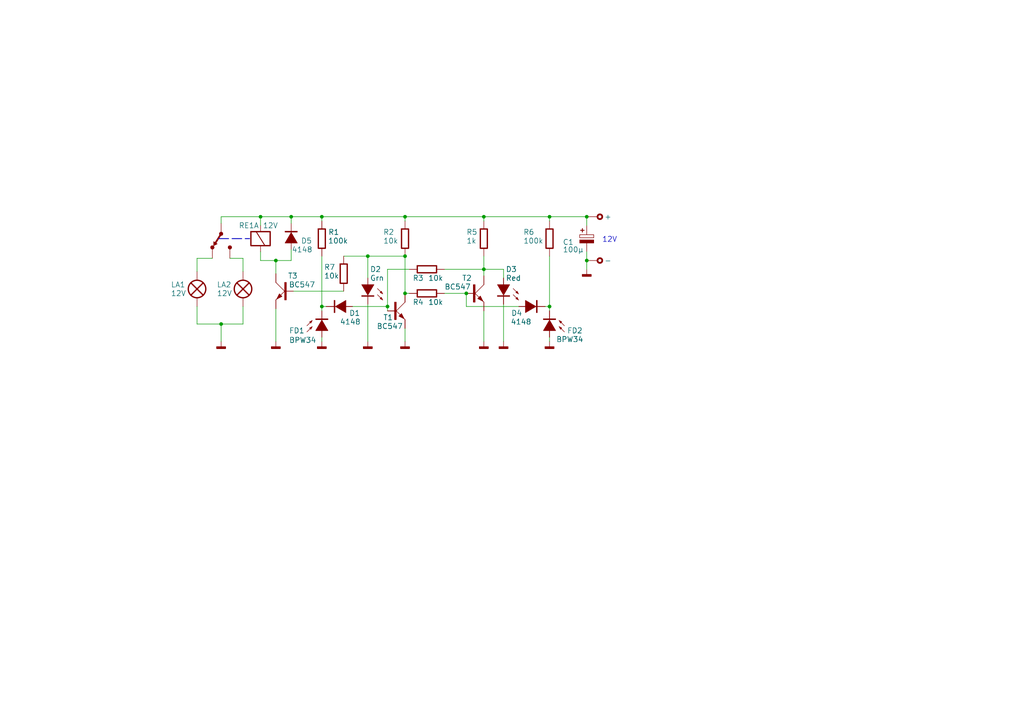
<source format=kicad_sch>
(kicad_sch (version 20211123) (generator eeschema)
  (paper "A4")
  (lib_symbols
    (symbol "*Custom_Generic:C_Polarized" (pin_numbers hide) (pin_names (offset 0.254) hide)
      (property "Reference" "C" (at 0.635 2.54 0))
      (property "Value" "C_Polarized" (at 0.635 -2.54 0))
      (symbol "C_Polarized_0_1"
        (rectangle (start -2.032 -0.381) (end 2.032 -1.27) (fill (type outline)))
        (rectangle (start -2.032 1.143) (end 2.032 0.254))
        (polyline (pts (xy -1.778 2.413) (xy -0.762 2.413)) (stroke (width 0.254)))
        (polyline (pts (xy -1.27 2.921) (xy -1.27 1.905)) (stroke (width 0.254)))
      )
      (symbol "C_Polarized_1_1"
        (pin passive line (at 0 -3.81 90) (length 2.794) (name "-") (number "1"))
        (pin passive line (at 0 3.81 270) (length 2.667) (name "+") (number "2"))
      )
    )
    (symbol "*Custom_Generic:Conn_Point" (pin_numbers hide) (pin_names (offset 1.016) hide)
      (property "Reference" "J" (at 0 2.54 0))
      (property "Value" "Conn_Point" (at 0 -2.54 0))
      (symbol "Conn_Point_0_1"
        (circle (center 0 0) (radius 0.6839) (stroke (width 0.508)))
      )
      (symbol "Conn_Point_1_1"
        (pin passive line (at -3.81 0 0) (length 3.175) (name "Pin_1") (number "1"))
      )
    )
    (symbol "*Custom_Generic:D" (pin_numbers hide) (pin_names (offset 1.016) hide)
      (property "Reference" "D" (at 0 2.54 0))
      (property "Value" "D" (at 0 -2.54 0))
      (symbol "D_0_1"
        (rectangle (start -1.524 1.778) (end -1.27 -1.778) (fill (type outline)))
        (polyline (pts (xy -1.143 0) (xy 1.905 1.778) (xy 1.905 -1.778) (xy -1.143 0)) (fill (type outline)))
      )
      (symbol "D_1_1"
        (pin passive line (at -3.81 0 0) (length 2.54) (name "K") (number "1"))
        (pin passive line (at 3.81 0 180) (length 2.54) (name "A") (number "2"))
      )
    )
    (symbol "*Custom_Generic:D_photo" (pin_numbers hide) (pin_names (offset 1.016) hide)
      (property "Reference" "FD" (at 0 -2.921 0))
      (property "Value" "D_photo" (at 0 -5.588 0))
      (symbol "D_photo_0_1"
        (rectangle (start -1.27 1.778) (end -1.524 -1.778) (fill (type outline)))
        (polyline (pts (xy 0.508 4.318) (xy -0.635 3.175)) (stroke (width 0.1524)))
        (polyline (pts (xy 2.286 4.318) (xy 1.143 3.175)) (stroke (width 0.1524)))
        (polyline (pts (xy -1.143 0) (xy 1.905 -1.778) (xy 1.905 1.778) (xy -1.143 0)) (fill (type outline)))
        (polyline (pts (xy -1.016 2.794) (xy -0.254 3.175) (xy -0.635 3.556) (xy -1.016 2.794)) (fill (type outline)))
        (polyline (pts (xy 0.762 2.794) (xy 1.524 3.175) (xy 1.143 3.556) (xy 0.762 2.794)) (fill (type outline)))
      )
      (symbol "D_photo_1_1"
        (pin passive line (at -3.81 0 0) (length 2.54) (name "K") (number "1"))
        (pin passive line (at 3.81 0 180) (length 2.54) (name "A") (number "2"))
      )
    )
    (symbol "*Custom_Generic:LED" (pin_numbers hide) (pin_names (offset 1.016) hide)
      (property "Reference" "D" (at 0 2.921 0))
      (property "Value" "LED" (at 0 5.588 0))
      (symbol "LED_0_1"
        (rectangle (start -1.524 1.778) (end -1.27 -1.778) (fill (type outline)))
        (polyline (pts (xy -1.016 -2.794) (xy -2.159 -3.937)) (stroke (width 0.1524)))
        (polyline (pts (xy 0.762 -2.794) (xy -0.381 -3.937)) (stroke (width 0.1524)))
        (polyline (pts (xy -2.54 -4.318) (xy -1.778 -3.937) (xy -2.159 -3.556) (xy -2.54 -4.318)) (fill (type outline)))
        (polyline (pts (xy -1.143 0) (xy 1.905 1.778) (xy 1.905 -1.778) (xy -1.143 0)) (fill (type outline)))
        (polyline (pts (xy -0.762 -4.318) (xy 0 -3.937) (xy -0.381 -3.556) (xy -0.762 -4.318)) (fill (type outline)))
      )
      (symbol "LED_1_1"
        (pin passive line (at -3.81 0 0) (length 2.54) (name "K") (number "1"))
        (pin passive line (at 3.81 0 180) (length 2.54) (name "A") (number "2"))
      )
    )
    (symbol "*Custom_Generic:Lamp" (pin_numbers hide) (pin_names (offset 0.0254) hide)
      (property "Reference" "LA" (at 0.635 3.81 0))
      (property "Value" "Lamp" (at 0.635 -3.81 0))
      (symbol "Lamp_0_1"
        (polyline (pts (xy -1.778 1.778) (xy 1.778 -1.778)) (stroke (width 0.381)))
        (polyline (pts (xy 1.778 1.778) (xy -1.778 -1.778)) (stroke (width 0.381)))
        (circle (center 0 0) (radius 2.54) (stroke (width 0.381)))
      )
      (symbol "Lamp_1_1"
        (pin passive line (at 0 -5.08 90) (length 2.54) (name "-") (number "1"))
        (pin passive line (at 0 5.08 270) (length 2.54) (name "+") (number "2"))
      )
    )
    (symbol "*Custom_Generic:NPN_BJT_CBE" (pin_numbers hide) (pin_names (offset 0) hide)
      (property "Reference" "T" (at 3.81 1.27 0))
      (property "Value" "NPN_BJT_CBE" (at 3.81 -1.27 0))
      (symbol "NPN_BJT_CBE_0_1"
        (rectangle (start -0.508 2.54) (end 0 -2.54) (fill (type outline)))
        (rectangle (start 0 -0.254) (end 0 -0.254))
        (polyline (pts (xy 0 0) (xy 2.54 -2.54)))
        (polyline (pts (xy 0 0) (xy 2.54 2.54)))
        (polyline (pts (xy 2.286 -2.286) (xy 1.524 -0.762) (xy 0.762 -1.524) (xy 2.286 -2.286)) (fill (type outline)))
        (rectangle (start 0 1.016) (end 0 1.016))
      )
      (symbol "NPN_BJT_CBE_1_1"
        (pin passive line (at 2.54 5.08 270) (length 2.54) (name "C") (number "1"))
        (pin input line (at -2.54 0 0) (length 2.54) (name "B") (number "2"))
        (pin passive line (at 2.54 -5.08 90) (length 2.54) (name "E") (number "3"))
      )
    )
    (symbol "*Custom_Generic:R" (pin_numbers hide) (pin_names (offset 0))
      (property "Reference" "R" (at 2.413 0 90))
      (property "Value" "R" (at -2.286 0 90))
      (symbol "R_0_1"
        (rectangle (start -1.016 2.794) (end 1.016 -2.794) (stroke (width 0.381)))
      )
      (symbol "R_1_1"
        (pin passive line (at 0 5.08 270) (length 2.25) (name "~") (number "1"))
        (pin passive line (at 0 -5.08 90) (length 2.25) (name "~") (number "2"))
      )
    )
    (symbol "*Custom_Generic:Relay_SPDT" (pin_numbers hide) (pin_names hide)
      (property "Reference" "RE" (at -5.842 -0.635 0))
      (property "Value" "Relay_SPDT" (at -10.033 1.397 0))
      (symbol "Relay_SPDT_1_1"
        (rectangle (start -2.794 2.032) (end 2.794 -2.032) (stroke (width 0.381)))
        (polyline (pts (xy -0.762 2.032) (xy 0.762 -2.032)) (stroke (width 0.381)))
        (rectangle (start 3.429 -2.286) (end 3.429 -2.286))
        (pin passive line (at 0 3.81 270) (length 1.778) (name "C1") (number "4"))
        (pin passive line (at 0 -3.81 90) (length 1.778) (name "C2") (number "5"))
      )
      (symbol "Relay_SPDT_2_0"
        (circle (center -2.54 -0.635) (radius 0.508) (fill (type outline)))
        (polyline (pts (xy 0 3.302) (xy 1.905 0.254)) (stroke (width 0.508)))
        (polyline (pts (xy 2.159 1.016) (xy 2.159 -0.127) (xy 1.143 0.381) (xy 2.159 1.016)) (fill (type outline)))
        (circle (center 0 3.302) (radius 0.508) (fill (type outline)))
      )
      (symbol "Relay_SPDT_2_1"
        (circle (center 2.54 -0.635) (radius 0.508) (fill (type outline)))
        (pin passive line (at 0 6.35 270) (length 2.54) (name "COM") (number "1"))
        (pin passive line (at -2.54 -3.81 90) (length 2.794) (name "NO") (number "2"))
        (pin passive line (at 2.54 -3.81 90) (length 2.794) (name "NC") (number "3"))
      )
    )
    (symbol "Relay_SPDT_1" (pin_numbers hide) (pin_names hide)
      (property "Reference" "RE" (at -5.842 -0.635 0))
      (property "Value" "Relay_SPDT_1" (at -10.033 1.397 0))
      (symbol "Relay_SPDT_1_1_1"
        (rectangle (start -2.794 2.032) (end 2.794 -2.032) (stroke (width 0.381)))
        (polyline (pts (xy -1.27 2.032) (xy 1.27 -2.032)) (stroke (width 0.254)))
        (pin passive line (at 0 3.81 270) (length 1.778) (name "C1") (number "4"))
        (pin passive line (at 0 -3.81 90) (length 1.778) (name "C2") (number "5"))
      )
      (symbol "Relay_SPDT_1_2_0"
        (circle (center -2.54 -0.635) (radius 0.508) (fill (type outline)))
        (polyline (pts (xy 0 3.302) (xy 1.905 0.254)) (stroke (width 0.508)))
        (polyline (pts (xy 2.159 1.016) (xy 2.159 -0.127) (xy 1.143 0.381) (xy 2.159 1.016)) (fill (type outline)))
        (circle (center 0 3.302) (radius 0.508) (fill (type outline)))
      )
      (symbol "Relay_SPDT_1_2_1"
        (circle (center 2.54 -0.635) (radius 0.508) (fill (type outline)))
        (pin passive line (at 0 6.35 270) (length 2.54) (name "COM") (number "1"))
        (pin passive line (at -2.54 -3.81 90) (length 2.794) (name "NO") (number "2"))
        (pin passive line (at 2.54 -3.81 90) (length 2.794) (name "NC") (number "3"))
      )
    )
    (symbol "power:GNDD" (power) (pin_names (offset 0))
      (property "Value" "GNDD" (at 0 -3.175 0))
      (symbol "GNDD_0_1"
        (rectangle (start -1.27 -1.524) (end 1.27 -2.032) (stroke (width 0.254)) (fill (type outline)))
        (polyline (pts (xy 0 0) (xy 0 -1.524)))
      )
      (symbol "GNDD_1_1"
        (pin power_in line (at 0 0 270) (length 0) hide (name "GNDD") (number "1"))
      )
    )
  )
  (junction (at 106.68 74.295))
  (junction (at 170.18 75.565))
  (junction (at 117.475 85.09))
  (junction (at 135.255 85.09))
  (junction (at 80.01 75.565))
  (junction (at 93.345 88.9))
  (junction (at 170.18 62.865))
  (junction (at 140.335 78.105))
  (junction (at 159.385 62.865))
  (junction (at 117.475 62.865))
  (junction (at 84.455 62.865))
  (junction (at 112.395 88.9))
  (junction (at 93.345 62.865))
  (junction (at 64.135 93.98))
  (junction (at 117.475 74.295))
  (junction (at 140.335 62.865))
  (junction (at 159.385 88.9))
  (junction (at 75.565 62.865))
  (wire (pts (xy 85.09 84.455) (xy 99.695 84.455)))
  (wire (pts (xy 170.18 62.865) (xy 170.18 65.405)))
  (wire (pts (xy 159.385 88.9) (xy 159.385 90.17)))
  (wire (pts (xy 112.395 78.105) (xy 112.395 88.9)))
  (wire (pts (xy 117.475 74.295) (xy 117.475 85.09)))
  (wire (pts (xy 75.565 73.025) (xy 75.565 75.565)))
  (wire (pts (xy 117.475 64.135) (xy 117.475 62.865)))
  (wire (pts (xy 93.345 74.295) (xy 93.345 88.9)))
  (wire (pts (xy 66.675 74.93) (xy 70.485 74.93)))
  (wire (pts (xy 140.335 90.17) (xy 140.335 99.06)))
  (wire (pts (xy 80.01 75.565) (xy 84.455 75.565)))
  (wire (pts (xy 61.595 74.93) (xy 57.15 74.93)))
  (wire (pts (xy 159.385 74.295) (xy 159.385 88.9)))
  (wire (pts (xy 93.345 64.135) (xy 93.345 62.865)))
  (wire (pts (xy 84.455 72.39) (xy 84.455 75.565)))
  (wire (pts (xy 106.68 88.265) (xy 106.68 99.06)))
  (wire (pts (xy 117.475 85.09) (xy 118.745 85.09)))
  (wire (pts (xy 106.68 80.645) (xy 106.68 74.295)))
  (wire (pts (xy 64.135 64.77) (xy 64.135 62.865)))
  (wire (pts (xy 117.475 62.865) (xy 140.335 62.865)))
  (wire (pts (xy 140.335 62.865) (xy 159.385 62.865)))
  (wire (pts (xy 159.385 64.135) (xy 159.385 62.865)))
  (wire (pts (xy 57.15 93.98) (xy 64.135 93.98)))
  (wire (pts (xy 57.15 74.93) (xy 57.15 78.74)))
  (wire (pts (xy 140.335 74.295) (xy 140.335 78.105)))
  (wire (pts (xy 159.385 62.865) (xy 170.18 62.865)))
  (wire (pts (xy 75.565 62.865) (xy 84.455 62.865)))
  (wire (pts (xy 118.745 78.105) (xy 112.395 78.105)))
  (wire (pts (xy 128.905 78.105) (xy 140.335 78.105)))
  (wire (pts (xy 170.18 75.565) (xy 170.18 78.105)))
  (wire (pts (xy 93.345 88.9) (xy 93.345 90.17)))
  (wire (pts (xy 80.01 89.535) (xy 80.01 99.06)))
  (wire (pts (xy 112.395 88.9) (xy 112.395 90.17)))
  (wire (pts (xy 94.615 88.9) (xy 93.345 88.9)))
  (wire (pts (xy 140.335 64.135) (xy 140.335 62.865)))
  (wire (pts (xy 140.335 78.105) (xy 140.335 80.01)))
  (wire (pts (xy 99.695 74.295) (xy 106.68 74.295)))
  (wire (pts (xy 75.565 75.565) (xy 80.01 75.565)))
  (wire (pts (xy 158.115 88.9) (xy 159.385 88.9)))
  (wire (pts (xy 64.135 93.98) (xy 70.485 93.98)))
  (wire (pts (xy 102.235 88.9) (xy 112.395 88.9)))
  (wire (pts (xy 64.135 93.98) (xy 64.135 99.06)))
  (wire (pts (xy 70.485 74.93) (xy 70.485 78.74)))
  (wire (pts (xy 140.335 78.105) (xy 146.05 78.105)))
  (wire (pts (xy 64.135 62.865) (xy 75.565 62.865)))
  (wire (pts (xy 159.385 97.79) (xy 159.385 99.06)))
  (wire (pts (xy 117.475 95.25) (xy 117.475 99.06)))
  (wire (pts (xy 146.05 88.265) (xy 146.05 99.06)))
  (wire (pts (xy 150.495 88.9) (xy 135.255 88.9)))
  (wire (pts (xy 80.01 79.375) (xy 80.01 75.565)))
  (wire (pts (xy 128.905 85.09) (xy 135.255 85.09)))
  (wire (pts (xy 75.565 65.405) (xy 75.565 62.865)))
  (wire (pts (xy 84.455 64.77) (xy 84.455 62.865)))
  (wire (pts (xy 170.18 73.025) (xy 170.18 75.565)))
  (wire (pts (xy 106.68 74.295) (xy 117.475 74.295)))
  (wire (pts (xy 57.15 88.9) (xy 57.15 93.98)))
  (wire (pts (xy 70.485 93.98) (xy 70.485 88.9)))
  (wire (pts (xy 146.05 80.645) (xy 146.05 78.105)))
  (wire (pts (xy 135.255 88.9) (xy 135.255 85.09)))
  (polyline (pts (xy 63.5 69.215) (xy 72.39 69.215)) (stroke (width 0.254) (type dash)))
  (wire (pts (xy 93.345 97.79) (xy 93.345 99.06)))
  (wire (pts (xy 93.345 62.865) (xy 117.475 62.865)))
  (wire (pts (xy 84.455 62.865) (xy 93.345 62.865)))
  (text "12V" (at 174.625 70.485 0) (effects (font (size 1.524 1.524)) (justify left bottom)))
  (symbol (lib_id "*Custom_Generic:LED") (at 106.68 84.455 90) (unit 1)
    (property "Reference" "D2" (at 107.315 78.105 90) (effects (font (size 1.524 1.524)) (justify right)))
    (property "Value" "Grn" (at 107.315 80.645 90) (effects (font (size 1.524 1.524)) (justify right)))
  )
  (symbol (lib_id "power:GNDD") (at 159.385 99.06 0) (unit 1)
    (property "Reference" "#PWR06" (effects hide))
    (property "Value" "GNDD" (effects hide))
  )
  (symbol (lib_id "*Custom_Generic:Conn_Point") (at 173.99 62.865 0) (unit 1)
    (property "Reference" "J1" (effects hide))
    (property "Value" "+" (at 175.26 62.865 0) (effects (font (size 1.524 1.524)) (justify left)))
  )
  (symbol (lib_id "*Custom_Generic:C_Polarized") (at 170.18 69.215 0) (unit 1)
    (property "Reference" "C1" (at 163.195 70.231 0) (effects (font (size 1.524 1.524)) (justify left)))
    (property "Value" "100μ" (at 163.195 72.39 0) (effects (font (size 1.524 1.524)) (justify left)))
  )
  (symbol (lib_id "*Custom_Generic:NPN_BJT_CBE") (at 137.795 85.09 0) (unit 1)
    (property "Reference" "T2" (at 133.985 80.645 0) (effects (font (size 1.524 1.524)) (justify left)))
    (property "Value" "BC547" (at 128.905 83.185 0) (effects (font (size 1.524 1.524)) (justify left)))
  )
  (symbol (lib_id "power:GNDD") (at 64.135 99.06 0) (mirror y) (unit 1)
    (property "Reference" "#PWR08" (effects hide))
    (property "Value" "GNDD" (effects hide))
  )
  (symbol (lib_id "*Custom_Generic:Lamp") (at 57.15 83.82 0) (mirror y) (unit 1)
    (property "Reference" "LA1" (at 49.53 82.55 0) (effects (font (size 1.524 1.524)) (justify right)))
    (property "Value" "12V" (at 49.53 85.09 0) (effects (font (size 1.524 1.524)) (justify right)))
  )
  (symbol (lib_id "*Custom_Generic:D") (at 84.455 68.58 90) (mirror x) (unit 1)
    (property "Reference" "D5" (at 88.9 69.85 90) (effects (font (size 1.524 1.524))))
    (property "Value" "4148" (at 87.63 72.39 90) (effects (font (size 1.524 1.524))))
  )
  (symbol (lib_id "*Custom_Generic:Lamp") (at 70.485 83.82 0) (unit 1)
    (property "Reference" "LA2" (at 62.865 82.55 0) (effects (font (size 1.524 1.524)) (justify left)))
    (property "Value" "12V" (at 62.865 85.09 0) (effects (font (size 1.524 1.524)) (justify left)))
  )
  (symbol (lib_id "*Custom_Generic:R") (at 140.335 69.215 0) (unit 1)
    (property "Reference" "R5" (at 135.255 67.31 0) (effects (font (size 1.524 1.524)) (justify left)))
    (property "Value" "1k" (at 135.255 69.85 0) (effects (font (size 1.524 1.524)) (justify left)))
  )
  (symbol (lib_id "power:GNDD") (at 170.18 78.105 0) (unit 1)
    (property "Reference" "#PWR07" (effects hide))
    (property "Value" "GNDD" (effects hide))
  )
  (symbol (lib_id "power:GNDD") (at 106.68 99.06 0) (unit 1)
    (property "Reference" "#PWR02" (effects hide))
    (property "Value" "GNDD" (effects hide))
  )
  (symbol (lib_id "*Custom_Generic:R") (at 123.825 85.09 90) (unit 1)
    (property "Reference" "R4" (at 121.285 87.63 90) (effects (font (size 1.524 1.524))))
    (property "Value" "10k" (at 126.365 87.63 90) (effects (font (size 1.524 1.524))))
  )
  (symbol (lib_id "power:GNDD") (at 140.335 99.06 0) (unit 1)
    (property "Reference" "#PWR04" (effects hide))
    (property "Value" "GNDD" (effects hide))
  )
  (symbol (lib_id "*Custom_Generic:D_photo") (at 159.385 93.98 270) (unit 1)
    (property "Reference" "FD2" (at 164.465 95.885 90) (effects (font (size 1.524 1.524)) (justify left)))
    (property "Value" "BPW34" (at 161.29 98.425 90) (effects (font (size 1.524 1.524)) (justify left)))
  )
  (symbol (lib_name "Relay_SPDT_1") (lib_id "*Custom_Generic:Relay_SPDT") (at 75.565 69.215 0) (unit 1)
    (property "Reference" "RE1" (at 69.215 65.405 0) (effects (font (size 1.524 1.524)) (justify left)))
    (property "Value" "12V" (at 76.2 65.405 0) (effects (font (size 1.524 1.524)) (justify left)))
  )
  (symbol (lib_id "*Custom_Generic:R") (at 93.345 69.215 0) (mirror y) (unit 1)
    (property "Reference" "R1" (at 98.425 67.31 0) (effects (font (size 1.524 1.524)) (justify left)))
    (property "Value" "100k" (at 100.965 69.85 0) (effects (font (size 1.524 1.524)) (justify left)))
  )
  (symbol (lib_id "*Custom_Generic:NPN_BJT_CBE") (at 114.935 90.17 0) (unit 1)
    (property "Reference" "T1" (at 111.125 92.075 0) (effects (font (size 1.524 1.524)) (justify left)))
    (property "Value" "BC547" (at 109.22 94.615 0) (effects (font (size 1.524 1.524)) (justify left)))
  )
  (symbol (lib_id "*Custom_Generic:D") (at 98.425 88.9 0) (mirror x) (unit 1)
    (property "Reference" "D1" (at 102.87 90.805 0) (effects (font (size 1.524 1.524))))
    (property "Value" "4148" (at 101.6 93.345 0) (effects (font (size 1.524 1.524))))
  )
  (symbol (lib_id "*Custom_Generic:LED") (at 146.05 84.455 90) (unit 1)
    (property "Reference" "D3" (at 146.685 78.105 90) (effects (font (size 1.524 1.524)) (justify right)))
    (property "Value" "Red" (at 146.685 80.645 90) (effects (font (size 1.524 1.524)) (justify right)))
  )
  (symbol (lib_id "*Custom_Generic:Relay_SPDT") (at 64.135 71.12 0) (mirror y) (unit 2)
    (property "Reference" "RE1" (effects hide))
    (property "Value" "12V" (effects hide))
  )
  (symbol (lib_id "power:GNDD") (at 117.475 99.06 0) (unit 1)
    (property "Reference" "#PWR03" (effects hide))
    (property "Value" "GNDD" (effects hide))
  )
  (symbol (lib_id "power:GNDD") (at 146.05 99.06 0) (unit 1)
    (property "Reference" "#PWR05" (effects hide))
    (property "Value" "GNDD" (effects hide))
  )
  (symbol (lib_id "power:GNDD") (at 93.345 99.06 0) (mirror y) (unit 1)
    (property "Reference" "#PWR01" (effects hide))
    (property "Value" "GNDD" (effects hide))
  )
  (symbol (lib_id "*Custom_Generic:D_photo") (at 93.345 93.98 90) (mirror x) (unit 1)
    (property "Reference" "FD1" (at 83.82 95.885 90) (effects (font (size 1.524 1.524)) (justify right)))
    (property "Value" "BPW34" (at 83.82 98.6409 90) (effects (font (size 1.524 1.524)) (justify right)))
  )
  (symbol (lib_id "*Custom_Generic:D") (at 154.305 88.9 180) (unit 1)
    (property "Reference" "D4" (at 149.86 90.805 0) (effects (font (size 1.524 1.524))))
    (property "Value" "4148" (at 151.13 93.345 0) (effects (font (size 1.524 1.524))))
  )
  (symbol (lib_id "*Custom_Generic:NPN_BJT_CBE") (at 82.55 84.455 0) (mirror y) (unit 1)
    (property "Reference" "T3" (at 86.36 80.01 0) (effects (font (size 1.524 1.524)) (justify left)))
    (property "Value" "BC547" (at 91.44 82.55 0) (effects (font (size 1.524 1.524)) (justify left)))
  )
  (symbol (lib_id "*Custom_Generic:R") (at 123.825 78.105 90) (unit 1)
    (property "Reference" "R3" (at 121.285 80.645 90) (effects (font (size 1.524 1.524))))
    (property "Value" "10k" (at 126.365 80.645 90) (effects (font (size 1.524 1.524))))
  )
  (symbol (lib_id "power:GNDD") (at 80.01 99.06 0) (mirror y) (unit 1)
    (property "Reference" "#PWR09" (effects hide))
    (property "Value" "GNDD" (effects hide))
  )
  (symbol (lib_id "*Custom_Generic:Conn_Point") (at 173.99 75.565 0) (unit 1)
    (property "Reference" "J2" (effects hide))
    (property "Value" "−" (at 175.26 75.565 0) (effects (font (size 1.524 1.524)) (justify left)))
  )
  (symbol (lib_id "*Custom_Generic:R") (at 99.695 79.375 0) (unit 1)
    (property "Reference" "R7" (at 93.98 77.47 0) (effects (font (size 1.524 1.524)) (justify left)))
    (property "Value" "10k" (at 93.98 80.01 0) (effects (font (size 1.524 1.524)) (justify left)))
  )
  (symbol (lib_id "*Custom_Generic:R") (at 159.385 69.215 0) (unit 1)
    (property "Reference" "R6" (at 151.765 67.31 0) (effects (font (size 1.524 1.524)) (justify left)))
    (property "Value" "100k" (at 151.765 69.85 0) (effects (font (size 1.524 1.524)) (justify left)))
  )
  (symbol (lib_id "*Custom_Generic:R") (at 117.475 69.215 0) (unit 1)
    (property "Reference" "R2" (at 111.125 67.31 0) (effects (font (size 1.524 1.524)) (justify left)))
    (property "Value" "10k" (at 111.125 69.85 0) (effects (font (size 1.524 1.524)) (justify left)))
  )
)
</source>
